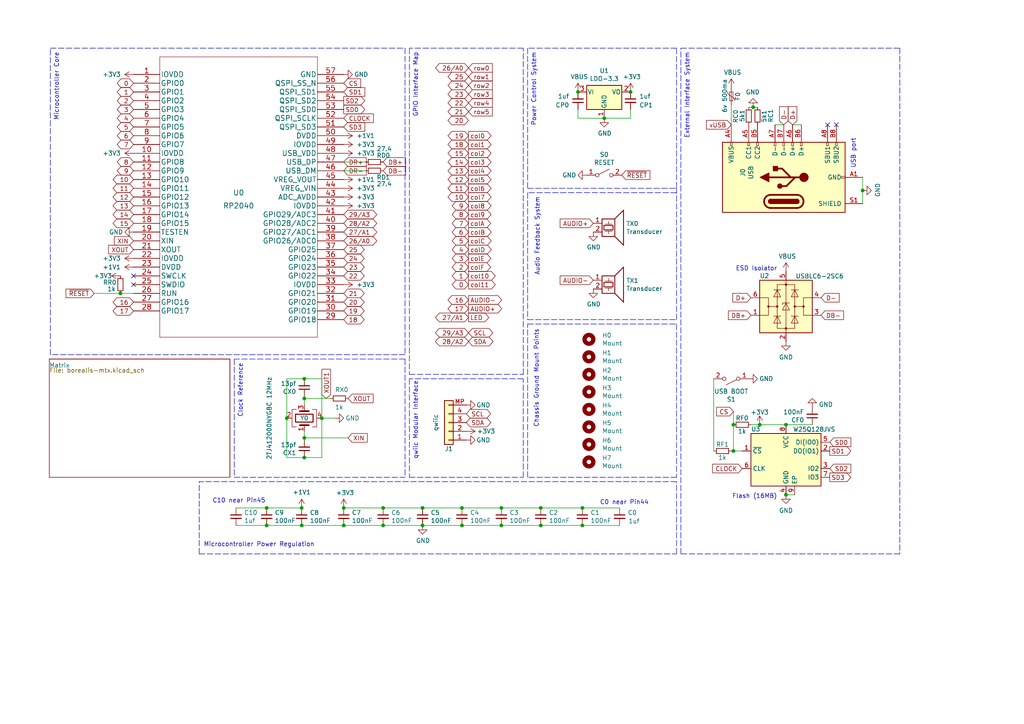
<source format=kicad_sch>
(kicad_sch (version 20211123) (generator eeschema)
  (paper "A4")
  (lib_symbols
    (symbol "+3V3_1" (power) (pin_names (offset 0))
      (property "Value" "+3V3_1" (at 0 3.556 0))
      (symbol "+3V3_1_1_1"
        (pin power_in line (at 0 0 90) (length 0) hide (name "+3V3") (number "1"))
      )
    )
    (symbol "Connector_Generic:Conn_01x05" (pin_names (offset 1.016) hide)
      (property "Reference" "J1" (at 0 7.62 0))
      (property "Value" "qwiic" (at -2.54 1.27 90))
      (symbol "Conn_01x05_1_1"
        (pin passive line (at -5.08 5.08 0) (length 3.81) (name "Pin_1") (number "1"))
        (pin passive line (at -5.08 2.54 0) (length 3.81) (name "Pin_2") (number "2"))
        (pin passive line (at -5.08 0 0) (length 3.81) (name "Pin_3") (number "3"))
        (pin passive line (at -5.08 -2.54 0) (length 3.81) (name "Pin_4") (number "4"))
        (pin passive line (at -5.08 -5.08 0) (length 3.81) (name "MP") (number "MP"))
      )
    )
    (symbol "Device:C_Small" (pin_numbers hide) (pin_names (offset 0.254) hide)
      (property "Reference" "C" (at 0.254 1.778 0))
      (property "Value" "Device_C_Small" (at 0.254 -2.032 0))
      (symbol "C_Small_1_1"
        (pin passive line (at 0 2.54 270) (length 2.032) (name "~") (number "1"))
        (pin passive line (at 0 -2.54 90) (length 2.032) (name "~") (number "2"))
      )
    )
    (symbol "Device:Crystal_GND24" (pin_names (offset 1.016) hide)
      (property "Reference" "Y" (at 3.175 5.08 0))
      (property "Value" "Crystal_GND24" (at 3.175 3.175 0))
      (symbol "Crystal_GND24_1_1"
        (pin passive line (at -3.81 0 0) (length 1.27) (name "1") (number "1"))
        (pin passive line (at 0 5.08 270) (length 1.27) (name "2") (number "2"))
        (pin passive line (at 3.81 0 180) (length 1.27) (name "3") (number "3"))
        (pin passive line (at 0 -5.08 90) (length 1.27) (name "4") (number "4"))
      )
    )
    (symbol "Device:Polyfuse_Small" (pin_numbers hide) (pin_names (offset 0))
      (property "Reference" "F" (at -1.905 0 90))
      (property "Value" "Device_Polyfuse_Small" (at 1.905 0 90))
      (symbol "Polyfuse_Small_1_1"
        (pin passive line (at 0 2.54 270) (length 0.635) (name "~") (number "1"))
        (pin passive line (at 0 -2.54 90) (length 0.635) (name "~") (number "2"))
      )
    )
    (symbol "Device:R_Small" (pin_numbers hide) (pin_names (offset 0.254) hide)
      (property "Reference" "R" (at 0.762 0.508 0))
      (property "Value" "Device_R_Small" (at 0.762 -1.016 0))
      (symbol "R_Small_1_1"
        (pin passive line (at 0 2.54 270) (length 0.762) (name "~") (number "1"))
        (pin passive line (at 0 -2.54 90) (length 0.762) (name "~") (number "2"))
      )
    )
    (symbol "Device:Speaker_Crystal" (pin_names (offset 0) hide)
      (property "Reference" "LS" (at 0.635 5.715 0))
      (property "Value" "Device_Speaker_Crystal" (at 0.635 3.81 0))
      (symbol "Speaker_Crystal_1_1"
        (pin input line (at -5.08 0 0) (length 2.54) (name "1") (number "1"))
        (pin input line (at -5.08 -2.54 0) (length 2.54) (name "2") (number "2"))
      )
    )
    (symbol "GND_1" (power) (pin_names (offset 0))
      (property "Value" "GND_1" (at 0 -3.81 0))
      (symbol "GND_1_1_1"
        (pin power_in line (at 0 0 270) (length 0) hide (name "GND") (number "1"))
      )
    )
    (symbol "HL-Mk2-rescue:USB_C_Receptacle_USB2.0-Connector" (pin_names (offset 1.016))
      (property "Reference" "J" (at -10.16 19.05 0))
      (property "Value" "USB_C_Receptacle_USB2.0-Connector" (at 19.05 19.05 0))
      (symbol "USB_C_Receptacle_USB2.0-Connector_1_1"
        (pin power_in line (at 0 -22.86 90) (length 5.08) (name "GND") (number "A1"))
        (pin passive line (at 0 -22.86 90) (length 5.08) hide (name "GND") (number "A12"))
        (pin power_in line (at 15.24 15.24 180) (length 5.08) (name "VBUS") (number "A4"))
        (pin bidirectional line (at 15.24 10.16 180) (length 5.08) (name "CC1") (number "A5"))
        (pin bidirectional line (at 15.24 -2.54 180) (length 5.08) (name "D+") (number "A6"))
        (pin bidirectional line (at 15.24 2.54 180) (length 5.08) (name "D-") (number "A7"))
        (pin bidirectional line (at 15.24 -12.7 180) (length 5.08) (name "SBU1") (number "A8"))
        (pin passive line (at 15.24 15.24 180) (length 5.08) hide (name "VBUS") (number "A9"))
        (pin passive line (at 0 -22.86 90) (length 5.08) hide (name "GND") (number "B1"))
        (pin passive line (at 0 -22.86 90) (length 5.08) hide (name "GND") (number "B12"))
        (pin passive line (at 15.24 15.24 180) (length 5.08) hide (name "VBUS") (number "B4"))
        (pin bidirectional line (at 15.24 7.62 180) (length 5.08) (name "CC2") (number "B5"))
        (pin bidirectional line (at 15.24 -5.08 180) (length 5.08) (name "D+") (number "B6"))
        (pin bidirectional line (at 15.24 0 180) (length 5.08) (name "D-") (number "B7"))
        (pin bidirectional line (at 15.24 -15.24 180) (length 5.08) (name "SBU2") (number "B8"))
        (pin passive line (at 15.24 15.24 180) (length 5.08) hide (name "VBUS") (number "B9"))
        (pin passive line (at -7.62 -22.86 90) (length 5.08) (name "SHIELD") (number "S1"))
      )
    )
    (symbol "Mechanical:MountingHole" (pin_names (offset 1.016))
      (property "Reference" "H" (at 0 5.08 0))
      (property "Value" "MountingHole" (at 0 3.175 0))
    )
    (symbol "Memory_Flash:W25Q32JVZP"
      (property "Reference" "U" (at -8.89 8.89 0))
      (property "Value" "W25Q32JVZP" (at 7.62 8.89 0))
      (symbol "W25Q32JVZP_1_1"
        (pin input line (at -12.7 2.54 0) (length 2.54) (name "~{CS}") (number "1"))
        (pin bidirectional line (at 12.7 2.54 180) (length 2.54) (name "DO(IO1)") (number "2"))
        (pin bidirectional line (at 12.7 -2.54 180) (length 2.54) (name "IO2") (number "3"))
        (pin power_in line (at 0 -10.16 90) (length 2.54) (name "GND") (number "4"))
        (pin bidirectional line (at 12.7 5.08 180) (length 2.54) (name "DI(IO0)") (number "5"))
        (pin input line (at -12.7 -2.54 0) (length 2.54) (name "CLK") (number "6"))
        (pin bidirectional line (at 12.7 -5.08 180) (length 2.54) (name "IO3") (number "7"))
        (pin power_in line (at 0 10.16 270) (length 2.54) (name "VCC") (number "8"))
        (pin passive line (at 2.54 -10.16 90) (length 2.54) (name "EP") (number "9"))
      )
    )
    (symbol "Power_Protection:USBLC6-2SC6" (pin_names hide)
      (property "Reference" "U" (at 2.54 8.89 0))
      (property "Value" "USBLC6-2SC6" (at 2.54 -8.89 0))
      (symbol "USBLC6-2SC6_1_1"
        (pin passive line (at -10.16 -2.54 0) (length 2.54) (name "I/O1") (number "1"))
        (pin passive line (at 0 -10.16 90) (length 2.54) (name "GND") (number "2"))
        (pin passive line (at 10.16 -2.54 180) (length 2.54) (name "I/O2") (number "3"))
        (pin passive line (at 10.16 2.54 180) (length 2.54) (name "I/O2") (number "4"))
        (pin passive line (at 0 10.16 270) (length 2.54) (name "VBUS") (number "5"))
        (pin passive line (at -10.16 2.54 0) (length 2.54) (name "I/O1") (number "6"))
      )
    )
    (symbol "RP2040:RP2040" (pin_names (offset 0.254))
      (property "Reference" "U" (at 30.48 10.16 0))
      (property "Value" "RP2040" (at 30.48 7.62 0))
      (symbol "RP2040_1_1"
        (pin power_in line (at 0 0 0) (length 7.62) (name "IOVDD") (number "1"))
        (pin power_in line (at 0 -22.86 0) (length 7.62) (name "IOVDD") (number "10"))
        (pin bidirectional line (at 0 -25.4 0) (length 7.62) (name "GPIO8") (number "11"))
        (pin bidirectional line (at 0 -27.94 0) (length 7.62) (name "GPIO9") (number "12"))
        (pin bidirectional line (at 0 -30.48 0) (length 7.62) (name "GPIO10") (number "13"))
        (pin bidirectional line (at 0 -33.02 0) (length 7.62) (name "GPIO11") (number "14"))
        (pin bidirectional line (at 0 -35.56 0) (length 7.62) (name "GPIO12") (number "15"))
        (pin bidirectional line (at 0 -38.1 0) (length 7.62) (name "GPIO13") (number "16"))
        (pin bidirectional line (at 0 -40.64 0) (length 7.62) (name "GPIO14") (number "17"))
        (pin bidirectional line (at 0 -43.18 0) (length 7.62) (name "GPIO15") (number "18"))
        (pin unspecified line (at 0 -45.72 0) (length 7.62) (name "TESTEN") (number "19"))
        (pin bidirectional line (at 0 -2.54 0) (length 7.62) (name "GPIO0") (number "2"))
        (pin unspecified line (at 0 -48.26 0) (length 7.62) (name "XIN") (number "20"))
        (pin output line (at 0 -50.8 0) (length 7.62) (name "XOUT") (number "21"))
        (pin power_in line (at 0 -53.34 0) (length 7.62) (name "IOVDD") (number "22"))
        (pin power_in line (at 0 -55.88 0) (length 7.62) (name "DVDD") (number "23"))
        (pin unspecified line (at 0 -58.42 0) (length 7.62) (name "SWCLK") (number "24"))
        (pin unspecified line (at 0 -60.96 0) (length 7.62) (name "SWDIO") (number "25"))
        (pin unspecified line (at 0 -63.5 0) (length 7.62) (name "RUN") (number "26"))
        (pin bidirectional line (at 0 -66.04 0) (length 7.62) (name "GPIO16") (number "27"))
        (pin bidirectional line (at 0 -68.58 0) (length 7.62) (name "GPIO17") (number "28"))
        (pin bidirectional line (at 60.96 -71.12 180) (length 7.62) (name "GPIO18") (number "29"))
        (pin bidirectional line (at 0 -5.08 0) (length 7.62) (name "GPIO1") (number "3"))
        (pin bidirectional line (at 60.96 -68.58 180) (length 7.62) (name "GPIO19") (number "30"))
        (pin bidirectional line (at 60.96 -66.04 180) (length 7.62) (name "GPIO20") (number "31"))
        (pin bidirectional line (at 60.96 -63.5 180) (length 7.62) (name "GPIO21") (number "32"))
        (pin power_in line (at 60.96 -60.96 180) (length 7.62) (name "IOVDD") (number "33"))
        (pin bidirectional line (at 60.96 -58.42 180) (length 7.62) (name "GPIO22") (number "34"))
        (pin bidirectional line (at 60.96 -55.88 180) (length 7.62) (name "GPIO23") (number "35"))
        (pin bidirectional line (at 60.96 -53.34 180) (length 7.62) (name "GPIO24") (number "36"))
        (pin bidirectional line (at 60.96 -50.8 180) (length 7.62) (name "GPIO25") (number "37"))
        (pin bidirectional line (at 60.96 -48.26 180) (length 7.62) (name "GPIO26/ADC0") (number "38"))
        (pin bidirectional line (at 60.96 -45.72 180) (length 7.62) (name "GPIO27/ADC1") (number "39"))
        (pin bidirectional line (at 0 -7.62 0) (length 7.62) (name "GPIO2") (number "4"))
        (pin bidirectional line (at 60.96 -43.18 180) (length 7.62) (name "GPIO28/ADC2") (number "40"))
        (pin bidirectional line (at 60.96 -40.64 180) (length 7.62) (name "GPIO29/ADC3") (number "41"))
        (pin power_in line (at 60.96 -38.1 180) (length 7.62) (name "IOVDD") (number "42"))
        (pin power_in line (at 60.96 -35.56 180) (length 7.62) (name "ADC_AVDD") (number "43"))
        (pin unspecified line (at 60.96 -33.02 180) (length 7.62) (name "VREG_VIN") (number "44"))
        (pin output line (at 60.96 -30.48 180) (length 7.62) (name "VREG_VOUT") (number "45"))
        (pin unspecified line (at 60.96 -27.94 180) (length 7.62) (name "USB_DM") (number "46"))
        (pin unspecified line (at 60.96 -25.4 180) (length 7.62) (name "USB_DP") (number "47"))
        (pin power_in line (at 60.96 -22.86 180) (length 7.62) (name "USB_VDD") (number "48"))
        (pin power_in line (at 60.96 -20.32 180) (length 7.62) (name "IOVDD") (number "49"))
        (pin bidirectional line (at 0 -10.16 0) (length 7.62) (name "GPIO3") (number "5"))
        (pin power_in line (at 60.96 -17.78 180) (length 7.62) (name "DVDD") (number "50"))
        (pin bidirectional line (at 60.96 -15.24 180) (length 7.62) (name "QSPI_SD3") (number "51"))
        (pin unspecified line (at 60.96 -12.7 180) (length 7.62) (name "QSPI_SCLK") (number "52"))
        (pin bidirectional line (at 60.96 -10.16 180) (length 7.62) (name "QSPI_SD0") (number "53"))
        (pin bidirectional line (at 60.96 -7.62 180) (length 7.62) (name "QSPI_SD2") (number "54"))
        (pin bidirectional line (at 60.96 -5.08 180) (length 7.62) (name "QSPI_SD1") (number "55"))
        (pin unspecified line (at 60.96 -2.54 180) (length 7.62) (name "QSPI_SS_N") (number "56"))
        (pin power_in line (at 60.96 0 180) (length 7.62) (name "GND") (number "57"))
        (pin bidirectional line (at 0 -12.7 0) (length 7.62) (name "GPIO4") (number "6"))
        (pin bidirectional line (at 0 -15.24 0) (length 7.62) (name "GPIO5") (number "7"))
        (pin bidirectional line (at 0 -17.78 0) (length 7.62) (name "GPIO6") (number "8"))
        (pin bidirectional line (at 0 -20.32 0) (length 7.62) (name "GPIO7") (number "9"))
      )
    )
    (symbol "Regulator_Linear:LD1117S33TR_SOT223" (pin_names (offset 0.254))
      (property "Reference" "U" (at -3.81 3.175 0))
      (property "Value" "Regulator_Linear_LD1117S33TR_SOT223" (at 0 3.175 0))
      (symbol "LD1117S33TR_SOT223_1_1"
        (pin power_in line (at 0 -7.62 90) (length 2.54) (name "GND") (number "1"))
        (pin power_out line (at 7.62 0 180) (length 2.54) (name "VO") (number "2"))
        (pin power_in line (at -7.62 0 0) (length 2.54) (name "VI") (number "3"))
      )
    )
    (symbol "Switch:SW_SPST" (pin_names (offset 0) hide)
      (property "Reference" "SW" (at 0 3.175 0))
      (property "Value" "Switch_SW_SPST" (at 0 -2.54 0))
      (symbol "SW_SPST_1_1"
        (pin passive line (at -5.08 0 0) (length 2.54) (name "A") (number "1"))
        (pin passive line (at 5.08 0 180) (length 2.54) (name "B") (number "2"))
      )
    )
    (symbol "power:+1V1" (power) (pin_names (offset 0))
      (property "Value" "+1V1" (at 0 3.556 0))
      (symbol "+1V1_1_1"
        (pin power_in line (at 0 0 90) (length 0) hide (name "+1V1") (number "1"))
      )
    )
    (symbol "power:+3V3" (power) (pin_names (offset 0))
      (property "Value" "power_+3V3" (at 0 3.556 0))
      (symbol "+3V3_1_1"
        (pin power_in line (at 0 0 90) (length 0) hide (name "+3V3") (number "1"))
      )
    )
    (symbol "power:GND" (power) (pin_names (offset 0))
      (property "Value" "power_GND" (at 0 -3.81 0))
      (symbol "GND_1_1"
        (pin power_in line (at 0 0 270) (length 0) hide (name "GND") (number "1"))
      )
    )
    (symbol "power:VBUS" (power) (pin_names (offset 0))
      (property "Value" "power_VBUS" (at 0 3.81 0))
      (symbol "VBUS_1_1"
        (pin power_in line (at 0 0 90) (length 0) hide (name "VBUS") (number "1"))
      )
    )
  )
  (junction (at 111.125 152.4))
  (junction (at 111.125 147.32))
  (junction (at 77.343 147.32))
  (junction (at 250.19 55.245))
  (junction (at 133.985 152.4))
  (junction (at 168.91 152.4))
  (junction (at 87.503 152.4))
  (junction (at 122.555 147.32))
  (junction (at 227.965 143.51))
  (junction (at 220.345 123.19))
  (junction (at 212.725 123.19))
  (junction (at 93.345 121.285))
  (junction (at 88.265 132.715))
  (junction (at 145.415 152.4))
  (junction (at 88.265 127))
  (junction (at 175.26 34.29))
  (junction (at 83.185 121.285))
  (junction (at 212.725 130.81))
  (junction (at 34.925 85.09))
  (junction (at 122.555 152.4))
  (junction (at 182.88 26.67))
  (junction (at 87.503 147.32))
  (junction (at 99.695 147.32))
  (junction (at 133.985 147.32))
  (junction (at 145.415 147.32))
  (junction (at 167.64 26.67))
  (junction (at 156.845 147.32))
  (junction (at 99.695 152.4))
  (junction (at 168.91 147.32))
  (junction (at 218.44 31.115))
  (junction (at 156.845 152.4))
  (junction (at 88.265 109.855))
  (junction (at 227.965 123.19))
  (junction (at 77.343 152.4))
  (junction (at 88.265 115.57))
  (no_connect (at 38.735 82.55))
  (no_connect (at 242.57 36.195))
  (no_connect (at 240.03 36.195))
  (no_connect (at 38.735 80.01))
  (wire (pts (xy 88.265 125.095) (xy 88.265 127)))
  (polyline (pts (xy 196.215 138.43) (xy 153.035 138.43)))
  (polyline (pts (xy 196.215 55.88) (xy 153.035 55.88)))
  (wire (pts (xy 27.305 85.09) (xy 34.925 85.09)))
  (polyline (pts (xy 153.035 138.43) (xy 153.035 93.98)))
  (polyline (pts (xy 67.945 104.14) (xy 67.945 138.43)))
  (polyline (pts (xy 260.985 13.97) (xy 260.985 160.655)))
  (wire (pts (xy 99.695 46.99) (xy 106.045 46.99)))
  (polyline (pts (xy 260.985 160.655) (xy 197.485 160.655)))
  (wire (pts (xy 145.415 152.4) (xy 133.985 152.4)))
  (polyline (pts (xy 117.475 13.97) (xy 117.475 102.87)))
  (polyline (pts (xy 153.035 93.98) (xy 196.215 93.98)))
  (wire (pts (xy 133.985 152.4) (xy 122.555 152.4)))
  (wire (pts (xy 87.503 152.4) (xy 99.695 152.4)))
  (wire (pts (xy 227.965 143.51) (xy 230.505 143.51)))
  (polyline (pts (xy 151.765 109.855) (xy 118.745 109.855)))
  (wire (pts (xy 111.125 147.32) (xy 99.695 147.32)))
  (polyline (pts (xy 196.215 13.97) (xy 153.035 13.97)))
  (polyline (pts (xy 197.485 160.655) (xy 197.485 13.97)))
  (wire (pts (xy 88.265 109.855) (xy 93.345 109.855)))
  (polyline (pts (xy 153.035 13.97) (xy 153.035 54.61)))
  (wire (pts (xy 88.265 115.57) (xy 88.265 117.475)))
  (wire (pts (xy 133.985 147.32) (xy 122.555 147.32)))
  (polyline (pts (xy 57.785 160.655) (xy 57.785 139.7)))
  (polyline (pts (xy 14.605 102.87) (xy 14.605 13.97)))
  (wire (pts (xy 156.845 147.32) (xy 145.415 147.32)))
  (wire (pts (xy 212.09 30.48) (xy 212.09 36.195)))
  (wire (pts (xy 168.91 152.4) (xy 179.705 152.4)))
  (wire (pts (xy 220.345 123.19) (xy 227.965 123.19)))
  (wire (pts (xy 167.64 34.29) (xy 175.26 34.29)))
  (wire (pts (xy 83.185 132.715) (xy 83.185 121.285)))
  (polyline (pts (xy 196.215 92.71) (xy 196.215 54.61)))
  (wire (pts (xy 156.845 147.32) (xy 168.91 147.32)))
  (polyline (pts (xy 117.475 104.14) (xy 67.945 104.14)))
  (wire (pts (xy 34.925 85.09) (xy 38.735 85.09)))
  (wire (pts (xy 77.343 147.32) (xy 87.503 147.32)))
  (wire (pts (xy 99.695 49.53) (xy 106.045 49.53)))
  (polyline (pts (xy 196.215 139.7) (xy 57.785 139.7)))
  (wire (pts (xy 212.725 130.81) (xy 215.265 130.81)))
  (wire (pts (xy 68.453 147.32) (xy 77.343 147.32)))
  (polyline (pts (xy 196.215 160.655) (xy 196.215 139.7)))
  (polyline (pts (xy 151.765 138.43) (xy 151.765 109.855)))
  (polyline (pts (xy 196.215 93.98) (xy 196.215 138.43)))
  (polyline (pts (xy 153.035 55.88) (xy 153.035 92.71)))
  (wire (pts (xy 227.33 36.195) (xy 224.79 36.195)))
  (wire (pts (xy 219.71 31.115) (xy 218.44 31.115)))
  (wire (pts (xy 93.345 121.285) (xy 97.155 121.285)))
  (wire (pts (xy 167.64 31.75) (xy 167.64 34.29)))
  (wire (pts (xy 122.555 152.4) (xy 111.125 152.4)))
  (wire (pts (xy 93.345 132.715) (xy 93.345 121.285)))
  (polyline (pts (xy 57.785 160.655) (xy 196.215 160.655)))
  (wire (pts (xy 250.19 55.245) (xy 250.19 51.435)))
  (wire (pts (xy 212.725 119.38) (xy 212.725 123.19)))
  (polyline (pts (xy 67.945 138.43) (xy 117.475 138.43)))
  (polyline (pts (xy 118.745 109.855) (xy 118.745 138.43)))
  (wire (pts (xy 218.44 31.115) (xy 217.17 31.115)))
  (polyline (pts (xy 117.475 102.87) (xy 14.605 102.87)))
  (wire (pts (xy 111.125 152.4) (xy 99.695 152.4)))
  (wire (pts (xy 88.265 114.935) (xy 88.265 115.57)))
  (wire (pts (xy 182.88 34.29) (xy 182.88 31.75)))
  (wire (pts (xy 175.26 34.29) (xy 182.88 34.29)))
  (polyline (pts (xy 151.765 13.97) (xy 118.745 13.97)))
  (wire (pts (xy 88.265 132.715) (xy 83.185 132.715)))
  (polyline (pts (xy 118.745 108.585) (xy 151.765 108.585)))
  (polyline (pts (xy 153.035 92.71) (xy 196.215 92.71)))
  (polyline (pts (xy 117.475 104.14) (xy 117.475 138.43)))
  (polyline (pts (xy 197.485 13.97) (xy 260.985 13.97)))
  (wire (pts (xy 156.845 152.4) (xy 145.415 152.4)))
  (wire (pts (xy 217.805 123.19) (xy 220.345 123.19)))
  (wire (pts (xy 250.19 59.055) (xy 250.19 55.245)))
  (polyline (pts (xy 153.035 54.61) (xy 196.215 54.61)))
  (wire (pts (xy 207.01 109.855) (xy 207.01 130.81)))
  (polyline (pts (xy 118.745 138.43) (xy 151.765 138.43)))
  (wire (pts (xy 68.453 152.4) (xy 77.343 152.4)))
  (wire (pts (xy 145.415 147.32) (xy 133.985 147.32)))
  (polyline (pts (xy 151.765 108.585) (xy 151.765 13.97)))
  (polyline (pts (xy 14.605 13.97) (xy 117.475 13.97)))
  (wire (pts (xy 212.09 130.81) (xy 212.725 130.81)))
  (wire (pts (xy 88.265 132.715) (xy 93.345 132.715)))
  (wire (pts (xy 83.185 121.285) (xy 83.185 109.855)))
  (wire (pts (xy 212.725 123.19) (xy 212.725 130.81)))
  (wire (pts (xy 77.343 152.4) (xy 87.503 152.4)))
  (wire (pts (xy 232.41 36.195) (xy 229.87 36.195)))
  (wire (pts (xy 122.555 147.32) (xy 111.125 147.32)))
  (wire (pts (xy 156.845 152.4) (xy 168.91 152.4)))
  (polyline (pts (xy 196.215 13.97) (xy 196.215 54.61)))
  (wire (pts (xy 88.265 115.57) (xy 95.885 115.57)))
  (wire (pts (xy 93.345 109.855) (xy 93.345 121.285)))
  (wire (pts (xy 83.185 109.855) (xy 88.265 109.855)))
  (wire (pts (xy 227.965 123.19) (xy 235.585 123.19)))
  (wire (pts (xy 88.265 127) (xy 100.965 127)))
  (polyline (pts (xy 118.745 13.97) (xy 118.745 108.585)))
  (wire (pts (xy 168.91 147.32) (xy 179.705 147.32)))
  (wire (pts (xy 88.265 127) (xy 88.265 127.635)))
  (text "Flash (16MB)" (at 225.425 144.78 180) (effects (font (size 1.27 1.27)) (justify right bottom)))
  (text "qwiic Modular Interface" (at 121.285 110.49 270) (effects (font (size 1.27 1.27)) (justify right bottom)))
  (text "Microcontroller Core" (at 17.145 15.24 270) (effects (font (size 1.27 1.27)) (justify right bottom)))
  (text "Chassis Ground Mount Points" (at 156.337 95.504 270) (effects (font (size 1.27 1.27)) (justify right bottom)))
  (text "ESD Isolator" (at 225.425 78.74 180) (effects (font (size 1.27 1.27)) (justify right bottom)))
  (text "Power Control System" (at 155.575 15.24 270) (effects (font (size 1.27 1.27)) (justify right bottom)))
  (text "C0 near Pin44" (at 173.99 146.558 0) (effects (font (size 1.27 1.27)) (justify left bottom)))
  (text "USB port" (at 248.285 48.895 90) (effects (font (size 1.27 1.27)) (justify left bottom)))
  (text "C10 near Pin45" (at 61.595 146.05 0) (effects (font (size 1.27 1.27)) (justify left bottom)))
  (text "Microcontroller Power Regulation" (at 59.055 158.75 0) (effects (font (size 1.27 1.27)) (justify left bottom)))
  (text "External Interface System" (at 200.025 15.24 270) (effects (font (size 1.27 1.27)) (justify right bottom)))
  (text "GPIO Interface Map" (at 121.285 15.24 270) (effects (font (size 1.27 1.27)) (justify right bottom)))
  (text "Clock Reference" (at 70.485 105.41 270) (effects (font (size 1.27 1.27)) (justify right bottom)))
  (text "Audio Feedback System" (at 156.591 57.15 270) (effects (font (size 1.27 1.27)) (justify right bottom)))
  (global_label "AUDIO-" (shape input) (at 172.085 81.28 180) (property "Intersheet References" "${INTERSHEET_REFS}" (effects hide)))
  (global_label "20" (shape bidirectional) (at 135.89 34.925 180) (property "Intersheet References" "${INTERSHEET_REFS}" (effects hide)))
  (global_label "DB-" (shape input) (at 238.125 91.44 0) (property "Intersheet References" "${INTERSHEET_REFS}" (effects hide)))
  (global_label "colF" (shape output) (at 135.89 77.47 0) (property "Intersheet References" "${INTERSHEET_REFS}" (effects hide)))
  (global_label "23" (shape bidirectional) (at 135.89 27.305 180) (property "Intersheet References" "${INTERSHEET_REFS}" (effects hide)))
  (global_label "~{RESET}" (shape input) (at 180.34 50.8 0) (property "Intersheet References" "${INTERSHEET_REFS}" (effects hide)))
  (global_label "27{slash}A1" (shape bidirectional) (at 99.695 67.31 0) (property "Intersheet References" "${INTERSHEET_REFS}" (effects hide)))
  (global_label "row1" (shape input) (at 135.89 22.225 0) (property "Intersheet References" "${INTERSHEET_REFS}" (effects hide)))
  (global_label "colE" (shape output) (at 135.89 74.93 0) (property "Intersheet References" "${INTERSHEET_REFS}" (effects hide)))
  (global_label "col1" (shape output) (at 135.89 41.91 0) (property "Intersheet References" "${INTERSHEET_REFS}" (effects hide)))
  (global_label "5" (shape bidirectional) (at 135.89 69.85 180) (property "Intersheet References" "${INTERSHEET_REFS}" (effects hide)))
  (global_label "25" (shape bidirectional) (at 99.695 72.39 0) (property "Intersheet References" "${INTERSHEET_REFS}" (effects hide)))
  (global_label "11" (shape bidirectional) (at 135.89 54.61 180) (property "Intersheet References" "${INTERSHEET_REFS}" (effects hide)))
  (global_label "7" (shape bidirectional) (at 38.735 41.91 180) (property "Intersheet References" "${INTERSHEET_REFS}" (effects hide)))
  (global_label "D+" (shape input) (at 229.87 36.195 90) (property "Intersheet References" "${INTERSHEET_REFS}" (effects hide)))
  (global_label "col11" (shape output) (at 135.89 82.55 0) (property "Intersheet References" "${INTERSHEET_REFS}" (effects hide)))
  (global_label "col0" (shape output) (at 135.89 39.37 0) (property "Intersheet References" "${INTERSHEET_REFS}" (effects hide)))
  (global_label "AUDIO-" (shape output) (at 135.89 86.995 0) (property "Intersheet References" "${INTERSHEET_REFS}" (effects hide)))
  (global_label "D-" (shape input) (at 227.33 36.195 90) (property "Intersheet References" "${INTERSHEET_REFS}" (effects hide)))
  (global_label "SD0" (shape input) (at 240.665 128.27 0) (property "Intersheet References" "${INTERSHEET_REFS}" (effects hide)))
  (global_label "16" (shape bidirectional) (at 135.89 86.995 180) (property "Intersheet References" "${INTERSHEET_REFS}" (effects hide)))
  (global_label "21" (shape bidirectional) (at 99.695 85.09 0) (property "Intersheet References" "${INTERSHEET_REFS}" (effects hide)))
  (global_label "14" (shape bidirectional) (at 135.89 46.99 180) (property "Intersheet References" "${INTERSHEET_REFS}" (effects hide)))
  (global_label "5" (shape bidirectional) (at 38.735 36.83 180) (property "Intersheet References" "${INTERSHEET_REFS}" (effects hide)))
  (global_label "17" (shape bidirectional) (at 38.735 90.17 180) (property "Intersheet References" "${INTERSHEET_REFS}" (effects hide)))
  (global_label "8" (shape bidirectional) (at 135.89 62.23 180) (property "Intersheet References" "${INTERSHEET_REFS}" (effects hide)))
  (global_label "0" (shape bidirectional) (at 135.89 82.55 180) (property "Intersheet References" "${INTERSHEET_REFS}" (effects hide)))
  (global_label "2" (shape bidirectional) (at 135.89 77.47 180) (property "Intersheet References" "${INTERSHEET_REFS}" (effects hide)))
  (global_label "20" (shape bidirectional) (at 99.695 87.63 0) (property "Intersheet References" "${INTERSHEET_REFS}" (effects hide)))
  (global_label "4" (shape bidirectional) (at 135.89 72.39 180) (property "Intersheet References" "${INTERSHEET_REFS}" (effects hide)))
  (global_label "XOUT" (shape input) (at 100.965 115.57 0) (property "Intersheet References" "${INTERSHEET_REFS}" (effects hide)))
  (global_label "1" (shape bidirectional) (at 38.735 26.67 180) (property "Intersheet References" "${INTERSHEET_REFS}" (effects hide)))
  (global_label "row5" (shape input) (at 135.89 32.385 0) (property "Intersheet References" "${INTERSHEET_REFS}" (effects hide)))
  (global_label "SDA" (shape bidirectional) (at 135.89 99.06 0) (property "Intersheet References" "${INTERSHEET_REFS}" (effects hide)))
  (global_label "CS" (shape input) (at 99.695 24.13 0) (property "Intersheet References" "${INTERSHEET_REFS}" (effects hide)))
  (global_label "SD0" (shape output) (at 99.695 31.75 0) (property "Intersheet References" "${INTERSHEET_REFS}" (effects hide)))
  (global_label "AUDIO+" (shape input) (at 172.085 64.77 180) (property "Intersheet References" "${INTERSHEET_REFS}" (effects hide)))
  (global_label "CLOCK" (shape input) (at 99.695 34.29 0) (property "Intersheet References" "${INTERSHEET_REFS}" (effects hide)))
  (global_label "13" (shape bidirectional) (at 38.735 59.69 180) (property "Intersheet References" "${INTERSHEET_REFS}" (effects hide)))
  (global_label "29{slash}A3" (shape bidirectional) (at 135.89 96.52 180) (property "Intersheet References" "${INTERSHEET_REFS}" (effects hide)))
  (global_label "SD3" (shape output) (at 240.665 138.43 0) (property "Intersheet References" "${INTERSHEET_REFS}" (effects hide)))
  (global_label "col2" (shape output) (at 135.89 44.45 0) (property "Intersheet References" "${INTERSHEET_REFS}" (effects hide)))
  (global_label "col6" (shape output) (at 135.89 54.61 0) (property "Intersheet References" "${INTERSHEET_REFS}" (effects hide)))
  (global_label "12" (shape bidirectional) (at 38.735 57.15 180) (property "Intersheet References" "${INTERSHEET_REFS}" (effects hide)))
  (global_label "1" (shape bidirectional) (at 135.89 80.01 180) (property "Intersheet References" "${INTERSHEET_REFS}" (effects hide)))
  (global_label "14" (shape bidirectional) (at 38.735 62.23 180) (property "Intersheet References" "${INTERSHEET_REFS}" (effects hide)))
  (global_label "28{slash}A2" (shape bidirectional) (at 135.89 99.06 180) (property "Intersheet References" "${INTERSHEET_REFS}" (effects hide)))
  (global_label "col5" (shape output) (at 135.89 52.07 0) (property "Intersheet References" "${INTERSHEET_REFS}" (effects hide)))
  (global_label "10" (shape bidirectional) (at 38.735 52.07 180) (property "Intersheet References" "${INTERSHEET_REFS}" (effects hide)))
  (global_label "SD2" (shape input) (at 240.665 135.89 0) (property "Intersheet References" "${INTERSHEET_REFS}" (effects hide)))
  (global_label "row4" (shape input) (at 135.89 29.845 0) (property "Intersheet References" "${INTERSHEET_REFS}" (effects hide)))
  (global_label "9" (shape bidirectional) (at 135.89 59.69 180) (property "Intersheet References" "${INTERSHEET_REFS}" (effects hide)))
  (global_label "row0" (shape input) (at 135.89 19.685 0) (property "Intersheet References" "${INTERSHEET_REFS}" (effects hide)))
  (global_label "10" (shape bidirectional) (at 135.89 57.15 180) (property "Intersheet References" "${INTERSHEET_REFS}" (effects hide)))
  (global_label "15" (shape bidirectional) (at 135.89 44.45 180) (property "Intersheet References" "${INTERSHEET_REFS}" (effects hide)))
  (global_label "SD1" (shape input) (at 99.695 26.67 0) (property "Intersheet References" "${INTERSHEET_REFS}" (effects hide)))
  (global_label "AUDIO+" (shape output) (at 135.89 89.535 0) (property "Intersheet References" "${INTERSHEET_REFS}" (effects hide)))
  (global_label "24" (shape bidirectional) (at 99.695 74.93 0) (property "Intersheet References" "${INTERSHEET_REFS}" (effects hide)))
  (global_label "DR-" (shape input) (at 99.695 49.53 0) (property "Intersheet References" "${INTERSHEET_REFS}" (effects hide)))
  (global_label "row2" (shape input) (at 135.89 24.765 0) (property "Intersheet References" "${INTERSHEET_REFS}" (effects hide)))
  (global_label "XIN" (shape input) (at 100.965 127 0) (property "Intersheet References" "${INTERSHEET_REFS}" (effects hide)))
  (global_label "colB" (shape output) (at 135.89 67.31 0) (property "Intersheet References" "${INTERSHEET_REFS}" (effects hide)))
  (global_label "SCL" (shape bidirectional) (at 135.89 96.52 0) (property "Intersheet References" "${INTERSHEET_REFS}" (effects hide)))
  (global_label "col9" (shape output) (at 135.89 62.23 0) (property "Intersheet References" "${INTERSHEET_REFS}" (effects hide)))
  (global_label "col8" (shape output) (at 135.89 59.69 0) (property "Intersheet References" "${INTERSHEET_REFS}" (effects hide)))
  (global_label "SD1" (shape output) (at 240.665 130.81 0) (property "Intersheet References" "${INTERSHEET_REFS}" (effects hide)))
  (global_label "11" (shape bidirectional) (at 38.735 54.61 180) (property "Intersheet References" "${INTERSHEET_REFS}" (effects hide)))
  (global_label "CS" (shape input) (at 212.725 119.38 180) (property "Intersheet References" "${INTERSHEET_REFS}" (effects hide)))
  (global_label "3" (shape bidirectional) (at 38.735 31.75 180) (property "Intersheet References" "${INTERSHEET_REFS}" (effects hide)))
  (global_label "2" (shape bidirectional) (at 38.735 29.21 180) (property "Intersheet References" "${INTERSHEET_REFS}" (effects hide)))
  (global_label "col7" (shape output) (at 135.89 57.15 0) (property "Intersheet References" "${INTERSHEET_REFS}" (effects hide)))
  (global_label "XOUT" (shape input) (at 38.735 72.39 180) (property "Intersheet References" "${INTERSHEET_REFS}" (effects hide)))
  (global_label "SD3" (shape input) (at 99.695 36.83 0) (property "Intersheet References" "${INTERSHEET_REFS}" (effects hide)))
  (global_label "DB-" (shape input) (at 111.125 49.53 0) (property "Intersheet References" "${INTERSHEET_REFS}" (effects hide)))
  (global_label "~{RESET}" (shape input) (at 27.305 85.09 180) (property "Intersheet References" "${INTERSHEET_REFS}" (effects hide)))
  (global_label "DB+" (shape input) (at 217.805 91.44 180) (property "Intersheet References" "${INTERSHEET_REFS}" (effects hide)))
  (global_label "4" (shape bidirectional) (at 38.735 34.29 180) (property "Intersheet References" "${INTERSHEET_REFS}" (effects hide)))
  (global_label "col10" (shape output) (at 135.89 80.01 0) (property "Intersheet References" "${INTERSHEET_REFS}" (effects hide)))
  (global_label "13" (shape bidirectional) (at 135.89 49.53 180) (property "Intersheet References" "${INTERSHEET_REFS}" (effects hide)))
  (global_label "15" (shape bidirectional) (at 38.735 64.77 180) (property "Intersheet References" "${INTERSHEET_REFS}" (effects hide)))
  (global_label "LED" (shape output) (at 135.89 92.075 0) (property "Intersheet References" "${INTERSHEET_REFS}" (effects hide)))
  (global_label "SDA" (shape bidirectional) (at 135.255 122.555 0) (property "Intersheet References" "${INTERSHEET_REFS}" (effects hide)))
  (global_label "colD" (shape output) (at 135.89 72.39 0) (property "Intersheet References" "${INTERSHEET_REFS}" (effects hide)))
  (global_label "3" (shape bidirectional) (at 135.89 74.93 180) (property "Intersheet References" "${INTERSHEET_REFS}" (effects hide)))
  (global_label "colC" (shape output) (at 135.89 69.85 0) (property "Intersheet References" "${INTERSHEET_REFS}" (effects hide)))
  (global_label "XOUT1" (shape input) (at 94.615 115.57 90) (property "Intersheet References" "${INTERSHEET_REFS}" (effects hide)))
  (global_label "18" (shape bidirectional) (at 99.695 92.71 0) (property "Intersheet References" "${INTERSHEET_REFS}" (effects hide)))
  (global_label "22" (shape bidirectional) (at 99.695 80.01 0) (property "Intersheet References" "${INTERSHEET_REFS}" (effects hide)))
  (global_label "D+" (shape input) (at 217.805 86.36 180) (property "Intersheet References" "${INTERSHEET_REFS}" (effects hide)))
  (global_label "12" (shape bidirectional) (at 135.89 52.07 180) (property "Intersheet References" "${INTERSHEET_REFS}" (effects hide)))
  (global_label "7" (shape bidirectional) (at 135.89 64.77 180) (property "Intersheet References" "${INTERSHEET_REFS}" (effects hide)))
  (global_label "19" (shape bidirectional) (at 135.89 39.37 180) (property "Intersheet References" "${INTERSHEET_REFS}" (effects hide)))
  (global_label "16" (shape bidirectional) (at 38.735 87.63 180) (property "Intersheet References" "${INTERSHEET_REFS}" (effects hide)))
  (global_label "8" (shape bidirectional) (at 38.735 46.99 180) (property "Intersheet References" "${INTERSHEET_REFS}" (effects hide)))
  (global_label "SCL" (shape bidirectional) (at 135.255 120.015 0) (property "Intersheet References" "${INTERSHEET_REFS}" (effects hide)))
  (global_label "D-" (shape input) (at 238.125 86.36 0) (property "Intersheet References" "${INTERSHEET_REFS}" (effects hide)))
  (global_label "23" (shape bidirectional) (at 99.695 77.47 0) (property "Intersheet References" "${INTERSHEET_REFS}" (effects hide)))
  (global_label "9" (shape bidirectional) (at 38.735 49.53 180) (property "Intersheet References" "${INTERSHEET_REFS}" (effects hide)))
  (global_label "25" (shape bidirectional) (at 135.89 22.225 180) (property "Intersheet References" "${INTERSHEET_REFS}" (effects hide)))
  (global_label "col3" (shape output) (at 135.89 46.99 0) (property "Intersheet References" "${INTERSHEET_REFS}" (effects hide)))
  (global_label "XIN" (shape input) (at 38.735 69.85 180) (property "Intersheet References" "${INTERSHEET_REFS}" (effects hide)))
  (global_label "19" (shape bidirectional) (at 99.695 90.17 0) (property "Intersheet References" "${INTERSHEET_REFS}" (effects hide)))
  (global_label "DR+" (shape input) (at 99.695 46.99 0) (property "Intersheet References" "${INTERSHEET_REFS}" (effects hide)))
  (global_label "24" (shape bidirectional) (at 135.89 24.765 180) (property "Intersheet References" "${INTERSHEET_REFS}" (effects hide)))
  (global_label "colA" (shape output) (at 135.89 64.77 0) (property "Intersheet References" "${INTERSHEET_REFS}" (effects hide)))
  (global_label "CLOCK" (shape input) (at 215.265 135.89 180) (property "Intersheet References" "${INTERSHEET_REFS}" (effects hide)))
  (global_label "row3" (shape input) (at 135.89 27.305 0) (property "Intersheet References" "${INTERSHEET_REFS}" (effects hide)))
  (global_label "26{slash}A0" (shape bidirectional) (at 99.695 69.85 0) (property "Intersheet References" "${INTERSHEET_REFS}" (effects hide)))
  (global_label "17" (shape bidirectional) (at 135.89 89.535 180) (property "Intersheet References" "${INTERSHEET_REFS}" (effects hide)))
  (global_label "SD2" (shape output) (at 99.695 29.21 0) (property "Intersheet References" "${INTERSHEET_REFS}" (effects hide)))
  (global_label "26{slash}A0" (shape bidirectional) (at 135.89 19.685 180) (property "Intersheet References" "${INTERSHEET_REFS}" (effects hide)))
  (global_label "DB+" (shape input) (at 111.125 46.99 0) (property "Intersheet References" "${INTERSHEET_REFS}" (effects hide)))
  (global_label "6" (shape bidirectional) (at 38.735 39.37 180) (property "Intersheet References" "${INTERSHEET_REFS}" (effects hide)))
  (global_label "29{slash}A3" (shape bidirectional) (at 99.695 62.23 0) (property "Intersheet References" "${INTERSHEET_REFS}" (effects hide)))
  (global_label "6" (shape bidirectional) (at 135.89 67.31 180) (property "Intersheet References" "${INTERSHEET_REFS}" (effects hide)))
  (global_label "vUSB" (shape input) (at 212.09 36.195 180) (property "Intersheet References" "${INTERSHEET_REFS}" (effects hide)))
  (global_label "27{slash}A1" (shape bidirectional) (at 135.89 92.075 180) (property "Intersheet References" "${INTERSHEET_REFS}" (effects hide)))
  (global_label "18" (shape bidirectional) (at 135.89 41.91 180) (property "Intersheet References" "${INTERSHEET_REFS}" (effects hide)))
  (global_label "21" (shape bidirectional) (at 135.89 32.385 180) (property "Intersheet References" "${INTERSHEET_REFS}" (effects hide)))
  (global_label "22" (shape bidirectional) (at 135.89 29.845 180) (property "Intersheet References" "${INTERSHEET_REFS}" (effects hide)))
  (global_label "col4" (shape output) (at 135.89 49.53 0) (property "Intersheet References" "${INTERSHEET_REFS}" (effects hide)))
  (global_label "0" (shape bidirectional) (at 38.735 24.13 180) (property "Intersheet References" "${INTERSHEET_REFS}" (effects hide)))
  (global_label "28{slash}A2" (shape bidirectional) (at 99.695 64.77 0) (property "Intersheet References" "${INTERSHEET_REFS}" (effects hide)))
  (symbol (lib_id "Device:C_Small") (at 77.343 149.86 0) (unit 1)
    (property "Reference" "C9" (at 79.6798 148.6916 0) (effects (justify left)))
    (property "Value" "100nF" (at 79.6798 151.003 0) (effects (justify left)))
    (property "Footprint" "EDI:Passive_0402_1005Metric" (effects hide))
    (property "LCSC" "C1525" (effects hide))
  )
  (symbol (lib_id "power:GND") (at 170.18 50.8 270) (unit 1)
    (property "Reference" "#PWR011" (effects hide))
    (property "Value" "GND" (at 165.1 50.8 90))
  )
  (symbol (lib_id "power:GND") (at 172.085 83.82 0) (unit 1)
    (property "Reference" "#PWR024" (effects hide))
    (property "Value" "GND" (at 172.212 88.2142 0))
  )
  (symbol (lib_id "power:GND") (at 38.735 67.31 270) (unit 1)
    (property "Reference" "#PWR017" (effects hide))
    (property "Value" "GND" (at 33.655 67.31 90))
  )
  (symbol (lib_id "Memory_Flash:W25Q32JVZP") (at 227.965 133.35 0) (unit 1)
    (property "Reference" "U3" (at 217.805 124.46 0) (effects (justify left)))
    (property "Value" "W25Q128JVS" (at 229.9844 124.5386 0) (effects (justify left)))
    (property "Footprint" "Package_SON:WSON-8-1EP_6x5mm_P1.27mm_EP3.4x4.3mm" (effects hide))
    (property "Datasheet" "http://www.winbond.com/resource-files/w25q32jv%20revg%2003272018%20plus.pdf" (effects hide))
    (property "LCSC" "C190862" (effects hide))
  )
  (symbol (lib_id "power:+1V1") (at 87.503 147.32 0) (unit 1)
    (property "Reference" "#PWR036" (effects hide))
    (property "Value" "+1V1" (at 87.503 142.7575 0))
  )
  (symbol (lib_id "power:VBUS") (at 227.965 78.74 0) (unit 1)
    (property "Reference" "#PWR021" (effects hide))
    (property "Value" "VBUS" (at 228.346 74.3458 0))
  )
  (symbol (lib_id "power:VBUS") (at 212.09 25.4 0) (unit 1)
    (property "Reference" "#PWR02" (effects hide))
    (property "Value" "VBUS" (at 212.471 21.0058 0))
  )
  (symbol (lib_id "Device:Speaker_Crystal") (at 177.165 81.28 0) (unit 1)
    (property "Reference" "TX1" (at 181.61 81.3816 0) (effects (justify left)))
    (property "Value" "Transducer" (at 181.61 83.693 0) (effects (justify left)))
    (property "Footprint" "Buzzer_Beeper:Buzzer_CUI_CPT-9019S-SMT" (effects hide))
    (property "LCSC" "C391035" (effects hide))
  )
  (symbol (lib_id "power:+3V3") (at 99.695 82.55 270) (unit 1)
    (property "Reference" "#PWR023" (effects hide))
    (property "Value" "+3V3" (at 106.045 82.55 90))
  )
  (symbol (lib_id "Mechanical:MountingHole") (at 170.815 123.825 270) (unit 1)
    (property "Reference" "H5" (at 174.625 122.6566 90) (effects (justify left)))
    (property "Value" "Mount" (at 174.625 124.968 90) (effects (justify left)))
    (property "Footprint" "MountingHole:MountingHole_3.2mm_M3" (effects hide))
  )
  (symbol (lib_id "power:+3V3") (at 99.695 41.91 270) (unit 1)
    (property "Reference" "#PWR08" (effects hide))
    (property "Value" "+3V3" (at 106.045 41.91 90))
  )
  (symbol (lib_id "Device:C_Small") (at 167.64 29.21 180) (unit 1)
    (property "Reference" "CP0" (at 165.1 30.48 0) (effects (justify left)))
    (property "Value" "1uf" (at 165.1 27.94 0) (effects (justify left)))
    (property "Footprint" "EDI:Passive_0402_1005Metric" (effects hide))
    (property "LCSC" "C52923" (effects hide))
  )
  (symbol (lib_id "Mechanical:MountingHole") (at 170.815 98.425 270) (unit 1)
    (property "Reference" "H0" (at 174.625 97.2566 90) (effects (justify left)))
    (property "Value" "Mount" (at 174.625 99.568 90) (effects (justify left)))
    (property "Footprint" "MountingHole:MountingHole_3.2mm_M3" (effects hide))
  )
  (symbol (lib_id "power:VBUS") (at 167.64 26.67 0) (unit 1)
    (property "Reference" "#PWR03" (effects hide))
    (property "Value" "VBUS" (at 168.021 22.2758 0))
  )
  (symbol (lib_id "Device:R_Small") (at 34.925 82.55 0) (unit 1)
    (property "Reference" "RR0" (at 29.845 81.915 0) (effects (justify left)))
    (property "Value" "1k" (at 31.115 83.82 0) (effects (justify left)))
    (property "Footprint" "EDI:Passive_0402_1005Metric" (effects hide))
    (property "LCSC" "C25905" (effects hide))
  )
  (symbol (lib_id "power:GND") (at 172.085 67.31 0) (unit 1)
    (property "Reference" "#PWR018" (effects hide))
    (property "Value" "GND" (at 172.212 71.7042 0))
  )
  (symbol (lib_id "Device:R_Small") (at 215.265 123.19 270) (unit 1)
    (property "Reference" "RF0" (at 213.36 121.285 90) (effects (justify left)))
    (property "Value" "1k" (at 213.995 125.095 90) (effects (justify left)))
    (property "Footprint" "EDI:Passive_0402_1005Metric" (effects hide))
    (property "LCSC" "C25905" (effects hide))
  )
  (symbol (lib_id "power:+3V3") (at 38.735 74.93 90) (unit 1)
    (property "Reference" "#PWR019" (effects hide))
    (property "Value" "+3V3" (at 32.385 74.93 90))
  )
  (symbol (lib_id "Device:C_Small") (at 99.695 149.86 0) (unit 1)
    (property "Reference" "C7" (at 102.0318 148.6916 0) (effects (justify left)))
    (property "Value" "100nF" (at 102.0318 151.003 0) (effects (justify left)))
    (property "Footprint" "EDI:Passive_0402_1005Metric" (effects hide))
    (property "LCSC" "C1525" (effects hide))
  )
  (symbol (lib_name "GND_1") (lib_id "power:GND") (at 235.585 118.11 180) (unit 1)
    (property "Reference" "#PWR028" (effects hide))
    (property "Value" "GND" (at 237.49 117.319 0) (effects (justify right)))
  )
  (symbol (lib_id "power:+3V3") (at 38.735 44.45 90) (unit 1)
    (property "Reference" "#PWR09" (effects hide))
    (property "Value" "+3V3" (at 32.385 44.45 90))
  )
  (symbol (lib_id "power:+3V3") (at 38.735 21.59 90) (unit 1)
    (property "Reference" "#PWR00" (effects hide))
    (property "Value" "+3V3" (at 32.385 21.59 90))
  )
  (symbol (lib_id "Device:C_Small") (at 179.705 149.86 0) (unit 1)
    (property "Reference" "C0" (at 182.0418 148.6916 0) (effects (justify left)))
    (property "Value" "1uf" (at 182.245 151.13 0) (effects (justify left)))
    (property "Footprint" "EDI:Passive_0402_1005Metric" (effects hide))
    (property "LCSC" "C52923" (effects hide))
  )
  (symbol (lib_id "power:+3V3") (at 182.88 26.67 0) (unit 1)
    (property "Reference" "#PWR04" (effects hide))
    (property "Value" "+3V3" (at 183.261 22.2758 0))
  )
  (symbol (lib_id "power:+3V3") (at 99.695 147.32 0) (unit 1)
    (property "Reference" "#PWR035" (effects hide))
    (property "Value" "+3V3" (at 100.076 142.9258 0))
  )
  (symbol (lib_name "+3V3_1") (lib_id "power:+3V3") (at 220.345 123.19 0) (unit 1)
    (property "Reference" "#PWR030" (effects hide))
    (property "Value" "+3V3" (at 220.345 119.5855 0))
  )
  (symbol (lib_id "Connector_Generic:Conn_01x05") (at 130.175 122.555 180) (unit 1)
    (property "Reference" "J1" (at 130.175 130.175 0))
    (property "Value" "qwiic" (at 126.365 122.555 90))
    (property "Footprint" "Connector_JST:JST_SH_SM04B-SRSS-TB_1x04-1MP_P1.00mm_Horizontal" (effects hide))
    (property "LCSC" "C145956" (effects hide))
  )
  (symbol (lib_id "Device:C_Small") (at 182.88 29.21 0) (unit 1)
    (property "Reference" "CP1" (at 185.42 30.48 0) (effects (justify left)))
    (property "Value" "1uf" (at 185.42 27.94 0) (effects (justify left)))
    (property "Footprint" "EDI:Passive_0402_1005Metric" (effects hide))
    (property "LCSC" "C52923" (effects hide))
  )
  (symbol (lib_id "Mechanical:MountingHole") (at 170.815 103.505 270) (unit 1)
    (property "Reference" "H1" (at 174.625 102.3366 90) (effects (justify left)))
    (property "Value" "Mount" (at 174.625 104.648 90) (effects (justify left)))
    (property "Footprint" "MountingHole:MountingHole_3.2mm_M3" (effects hide))
  )
  (symbol (lib_id "power:+3V3") (at 34.925 80.01 90) (unit 1)
    (property "Reference" "#PWR022" (effects hide))
    (property "Value" "+3V3" (at 29.845 80.01 90))
  )
  (symbol (lib_id "HL-Mk2-rescue:USB_C_Receptacle_USB2.0-Connector") (at 227.33 51.435 90) (unit 1)
    (property "Reference" "J0" (at 215.4682 50.038 0))
    (property "Value" "USB" (at 217.7796 50.038 0))
    (property "Footprint" "Connector_USB:USB_C_Receptacle_HRO_TYPE-C-31-M-12" (effects hide))
    (property "LCSC" "C167321" (effects hide))
  )
  (symbol (lib_id "power:GND") (at 175.26 34.29 0) (unit 1)
    (property "Reference" "#PWR06" (effects hide))
    (property "Value" "GND" (at 175.387 38.6842 0))
  )
  (symbol (lib_id "RP2040:RP2040") (at 38.735 21.59 0) (unit 1)
    (property "Reference" "U0" (at 69.215 55.88 0) (effects (font (size 1.524 1.524))))
    (property "Value" "RP2040" (at 69.215 59.69 0) (effects (font (size 1.524 1.524))))
    (property "Footprint" "Package_DFN_QFN:QFN-56-1EP_7x7mm_P0.4mm_EP5.6x5.6mm_ThermalVias" (effects hide))
    (property "LCSC" "C2040" (effects hide))
  )
  (symbol (lib_id "Device:R_Small") (at 108.585 49.53 270) (unit 1)
    (property "Reference" "RD1" (at 109.22 51.435 90) (effects (justify left)))
    (property "Value" "27.4" (at 109.22 53.34 90) (effects (justify left)))
    (property "Footprint" "EDI:Passive_0402_1005Metric" (effects hide))
    (property "LCSC" "C172043" (effects hide))
  )
  (symbol (lib_id "power:+3V3") (at 135.255 125.095 270) (unit 1)
    (property "Reference" "#PWR031" (effects hide))
    (property "Value" "+3V3" (at 140.97 125.095 90))
  )
  (symbol (lib_id "Mechanical:MountingHole") (at 170.815 133.985 270) (unit 1)
    (property "Reference" "H7" (at 174.625 132.8166 90) (effects (justify left)))
    (property "Value" "Mount" (at 174.625 135.128 90) (effects (justify left)))
    (property "Footprint" "MountingHole:MountingHole_3.2mm_M3" (effects hide))
  )
  (symbol (lib_id "Device:C_Small") (at 88.265 112.395 180) (unit 1)
    (property "Reference" "CX0" (at 85.9282 113.5634 0) (effects (justify left)))
    (property "Value" "13pf" (at 85.9282 111.252 0) (effects (justify left)))
    (property "Footprint" "EDI:Passive_0402_1005Metric" (effects hide))
    (property "LCSC" "C48936" (effects hide))
  )
  (symbol (lib_id "power:+1V1") (at 99.695 39.37 270) (unit 1)
    (property "Reference" "#PWR07" (effects hide))
    (property "Value" "+1V1" (at 106.045 39.37 90))
  )
  (symbol (lib_id "Device:C_Small") (at 88.265 130.175 180) (unit 1)
    (property "Reference" "CX1" (at 85.9282 131.3434 0) (effects (justify left)))
    (property "Value" "13pf" (at 85.9282 129.032 0) (effects (justify left)))
    (property "Footprint" "EDI:Passive_0402_1005Metric" (effects hide))
    (property "LCSC" "C48936" (effects hide))
  )
  (symbol (lib_id "power:GND") (at 217.17 109.855 90) (unit 1)
    (property "Reference" "#PWR026" (effects hide))
    (property "Value" "GND" (at 222.25 109.855 90))
  )
  (symbol (lib_id "Mechanical:MountingHole") (at 170.815 128.905 270) (unit 1)
    (property "Reference" "H6" (at 174.625 127.7366 90) (effects (justify left)))
    (property "Value" "Mount" (at 174.625 130.048 90) (effects (justify left)))
    (property "Footprint" "MountingHole:MountingHole_3.2mm_M3" (effects hide))
  )
  (symbol (lib_id "Device:R_Small") (at 98.425 115.57 270) (unit 1)
    (property "Reference" "RX0" (at 97.155 113.03 90) (effects (justify left)))
    (property "Value" "1k" (at 97.155 118.11 90) (effects (justify left)))
    (property "Footprint" "EDI:Passive_0402_1005Metric" (effects hide))
    (property "LCSC" "C25905" (effects hide))
  )
  (symbol (lib_id "power:GND") (at 250.19 55.245 90) (unit 1)
    (property "Reference" "#PWR014" (effects hide))
    (property "Value" "GND" (at 254.5842 55.118 0))
  )
  (symbol (lib_id "Switch:SW_SPST") (at 212.09 109.855 180) (unit 1)
    (property "Reference" "S1" (at 212.09 115.824 0))
    (property "Value" "USB BOOT" (at 212.09 113.5126 0))
    (property "Footprint" "Button_Switch_SMD:SW_SPST_SKQG_WithoutStem" (effects hide))
    (property "LCSC" "C139779" (effects hide))
  )
  (symbol (lib_id "power:+3V3") (at 99.695 54.61 270) (unit 1)
    (property "Reference" "#PWR013" (effects hide))
    (property "Value" "+3V3" (at 106.045 54.61 90))
  )
  (symbol (lib_id "power:+1V1") (at 38.735 77.47 90) (unit 1)
    (property "Reference" "#PWR020" (effects hide))
    (property "Value" "+1V1" (at 32.385 77.47 90))
  )
  (symbol (lib_id "Device:C_Small") (at 87.503 149.86 0) (unit 1)
    (property "Reference" "C8" (at 89.8398 148.6916 0) (effects (justify left)))
    (property "Value" "100nF" (at 89.8398 151.003 0) (effects (justify left)))
    (property "Footprint" "EDI:Passive_0402_1005Metric" (effects hide))
    (property "LCSC" "C1525" (effects hide))
  )
  (symbol (lib_id "power:GND") (at 97.155 121.285 90) (unit 1)
    (property "Reference" "#PWR029" (effects hide))
    (property "Value" "GND" (at 102.235 121.285 90))
  )
  (symbol (lib_id "Power_Protection:USBLC6-2SC6") (at 227.965 88.9 0) (unit 1)
    (property "Reference" "U2" (at 220.345 80.01 0) (effects (justify left)))
    (property "Value" "USBLC6-2SC6" (at 230.7337 80.0886 0) (effects (justify left)))
    (property "Footprint" "Package_TO_SOT_SMD:SOT-23-6" (effects hide))
    (property "Datasheet" "https://www.st.com/resource/en/datasheet/usblc6-2.pdf" (effects hide))
    (property "LCSC" "C2827654" (effects hide))
  )
  (symbol (lib_id "Device:Polyfuse_Small") (at 212.09 27.94 180) (unit 1)
    (property "Reference" "F0" (at 213.995 26.67 90) (effects (justify left)))
    (property "Value" "6v 500ma" (at 210.185 22.86 90) (effects (justify left)))
    (property "Footprint" "Fuse:Fuse_0603_1608Metric" (effects hide))
    (property "LCSC" "C207011" (effects hide))
  )
  (symbol (lib_id "Device:C_Small") (at 133.985 149.86 0) (unit 1)
    (property "Reference" "C4" (at 136.3218 148.6916 0) (effects (justify left)))
    (property "Value" "100nF" (at 136.3218 151.003 0) (effects (justify left)))
    (property "Footprint" "EDI:Passive_0402_1005Metric" (effects hide))
    (property "LCSC" "C1525" (effects hide))
  )
  (symbol (lib_name "GND_1") (lib_id "power:GND") (at 135.255 117.475 90) (unit 1)
    (property "Reference" "#PWR027" (effects hide))
    (property "Value" "GND" (at 142.24 117.475 90) (effects (justify left)))
  )
  (symbol (lib_id "Device:C_Small") (at 156.845 149.86 0) (unit 1)
    (property "Reference" "C2" (at 159.1818 148.6916 0) (effects (justify left)))
    (property "Value" "100nF" (at 159.1818 151.003 0) (effects (justify left)))
    (property "Footprint" "EDI:Passive_0402_1005Metric" (effects hide))
    (property "LCSC" "C1525" (effects hide))
  )
  (symbol (lib_id "Device:Speaker_Crystal") (at 177.165 64.77 0) (unit 1)
    (property "Reference" "TX0" (at 181.61 64.8716 0) (effects (justify left)))
    (property "Value" "Transducer" (at 181.61 67.183 0) (effects (justify left)))
    (property "Footprint" "Buzzer_Beeper:Buzzer_CUI_CPT-9019S-SMT" (effects hide))
    (property "LCSC" "C391035" (effects hide))
  )
  (symbol (lib_id "Regulator_Linear:LD1117S33TR_SOT223") (at 175.26 26.67 0) (unit 1)
    (property "Reference" "U1" (at 175.26 20.5232 0))
    (property "Value" "LDO-3.3" (at 175.26 22.8346 0))
    (property "Footprint" "Package_TO_SOT_SMD:SOT-23" (effects hide))
    (property "Datasheet" "http://www.st.com/st-web-ui/static/active/en/resource/technical/document/datasheet/CD00000544.pdf" (effects hide))
    (property "LCSC" "C83932" (effects hide))
  )
  (symbol (lib_id "Device:C_Small") (at 168.91 149.86 0) (unit 1)
    (property "Reference" "C1" (at 171.2468 148.6916 0) (effects (justify left)))
    (property "Value" "100nF" (at 171.2468 151.003 0) (effects (justify left)))
    (property "Footprint" "EDI:Passive_0402_1005Metric" (effects hide))
    (property "LCSC" "C1525" (effects hide))
  )
  (symbol (lib_id "power:+3V3") (at 99.695 59.69 270) (unit 1)
    (property "Reference" "#PWR016" (effects hide))
    (property "Value" "+3V3" (at 106.045 59.69 90))
  )
  (symbol (lib_id "power:+3V3") (at 99.695 57.15 270) (unit 1)
    (property "Reference" "#PWR015" (effects hide))
    (property "Value" "+3V3" (at 106.045 57.15 90))
  )
  (symbol (lib_id "power:GND") (at 99.695 21.59 90) (unit 1)
    (property "Reference" "#PWR01" (effects hide))
    (property "Value" "GND" (at 104.775 21.59 90))
  )
  (symbol (lib_id "Device:C_Small") (at 111.125 149.86 0) (unit 1)
    (property "Reference" "C6" (at 113.4618 148.6916 0) (effects (justify left)))
    (property "Value" "100nF" (at 113.4618 151.003 0) (effects (justify left)))
    (property "Footprint" "EDI:Passive_0402_1005Metric" (effects hide))
    (property "LCSC" "C1525" (effects hide))
  )
  (symbol (lib_id "Mechanical:MountingHole") (at 170.815 118.745 270) (unit 1)
    (property "Reference" "H4" (at 174.625 117.5766 90) (effects (justify left)))
    (property "Value" "Mount" (at 174.625 119.888 90) (effects (justify left)))
    (property "Footprint" "MountingHole:MountingHole_3.2mm_M3" (effects hide))
  )
  (symbol (lib_id "Device:C_Small") (at 68.453 149.86 0) (unit 1)
    (property "Reference" "C10" (at 70.7898 148.6916 0) (effects (justify left)))
    (property "Value" "1uf" (at 70.7898 151.003 0) (effects (justify left)))
    (property "Footprint" "EDI:Passive_0402_1005Metric" (effects hide))
    (property "LCSC" "C52923" (effects hide))
  )
  (symbol (lib_id "Mechanical:MountingHole") (at 170.815 113.665 270) (unit 1)
    (property "Reference" "H3" (at 174.625 112.4966 90) (effects (justify left)))
    (property "Value" "Mount" (at 174.625 114.808 90) (effects (justify left)))
    (property "Footprint" "MountingHole:MountingHole_3.2mm_M3" (effects hide))
  )
  (symbol (lib_id "Device:C_Small") (at 122.555 149.86 0) (unit 1)
    (property "Reference" "C5" (at 124.8918 148.6916 0) (effects (justify left)))
    (property "Value" "100nF" (at 124.8918 151.003 0) (effects (justify left)))
    (property "Footprint" "EDI:Passive_0402_1005Metric" (effects hide))
    (property "LCSC" "C1525" (effects hide))
  )
  (symbol (lib_id "Device:C_Small") (at 235.585 120.65 180) (unit 1)
    (property "Reference" "CF0" (at 233.2482 121.8184 0) (effects (justify left)))
    (property "Value" "100nF" (at 233.2482 119.507 0) (effects (justify left)))
    (property "Footprint" "EDI:Passive_0402_1005Metric" (effects hide))
    (property "LCSC" "C1525" (effects hide))
  )
  (symbol (lib_id "power:+3V3") (at 99.695 44.45 270) (unit 1)
    (property "Reference" "#PWR010" (effects hide))
    (property "Value" "+3V3" (at 106.045 44.45 90))
  )
  (symbol (lib_id "Device:R_Small") (at 108.585 46.99 270) (unit 1)
    (property "Reference" "RD0" (at 109.22 45.085 90) (effects (justify left)))
    (property "Value" "27.4" (at 109.22 43.18 90) (effects (justify left)))
    (property "Footprint" "EDI:Passive_0402_1005Metric" (effects hide))
    (property "LCSC" "C172043" (effects hide))
  )
  (symbol (lib_id "Mechanical:MountingHole") (at 170.815 108.585 270) (unit 1)
    (property "Reference" "H2" (at 174.625 107.4166 90) (effects (justify left)))
    (property "Value" "Mount" (at 174.625 109.728 90) (effects (justify left)))
    (property "Footprint" "MountingHole:MountingHole_3.2mm_M3" (effects hide))
  )
  (symbol (lib_id "Device:R_Small") (at 209.55 130.81 270) (unit 1)
    (property "Reference" "RF1" (at 207.645 128.905 90) (effects (justify left)))
    (property "Value" "1k" (at 208.28 132.715 90) (effects (justify left)))
    (property "Footprint" "EDI:Passive_0402_1005Metric" (effects hide))
    (property "LCSC" "C25905" (effects hide))
  )
  (symbol (lib_id "Device:R_Small") (at 217.17 33.655 180) (unit 1)
    (property "Reference" "RC0" (at 213.36 31.75 90) (effects (justify left)))
    (property "Value" "5k1" (at 215.265 31.75 90) (effects (justify left)))
    (property "Footprint" "EDI:Passive_0402_1005Metric" (effects hide))
    (property "LCSC" "C25905" (effects hide))
  )
  (symbol (lib_id "Device:R_Small") (at 219.71 33.655 0) (unit 1)
    (property "Reference" "RC1" (at 223.52 35.56 90) (effects (justify left)))
    (property "Value" "5k1" (at 221.615 35.56 90) (effects (justify left)))
    (property "Footprint" "EDI:Passive_0402_1005Metric" (effects hide))
    (property "LCSC" "C25905" (effects hide))
  )
  (symbol (lib_name "GND_1") (lib_id "power:GND") (at 227.965 99.06 0) (unit 1)
    (property "Reference" "#PWR025" (effects hide))
    (property "Value" "GND" (at 227.965 103.6225 0))
  )
  (symbol (lib_name "GND_1") (lib_id "power:GND") (at 227.965 143.51 0) (unit 1)
    (property "Reference" "#PWR033" (effects hide))
    (property "Value" "GND" (at 227.965 148.0725 0))
  )
  (symbol (lib_id "power:GND") (at 218.44 31.115 180) (unit 1)
    (property "Reference" "#PWR05" (effects hide))
    (property "Value" "GND" (at 218.313 26.7208 0))
  )
  (symbol (lib_id "power:GND") (at 122.555 152.4 0) (unit 1)
    (property "Reference" "#PWR034" (effects hide))
    (property "Value" "GND" (at 122.682 156.7942 0))
  )
  (symbol (lib_id "Switch:SW_SPST") (at 175.26 50.8 0) (unit 1)
    (property "Reference" "S0" (at 175.26 44.831 0))
    (property "Value" "RESET" (at 175.26 47.1424 0))
    (property "Footprint" "Button_Switch_SMD:SW_SPST_SKQG_WithoutStem" (effects hide))
    (property "LCSC" "C139779" (effects hide))
  )
  (symbol (lib_name "GND_1") (lib_id "power:GND") (at 135.255 127.635 90) (unit 1)
    (property "Reference" "#PWR032" (effects hide))
    (property "Value" "GND" (at 142.24 127.635 90) (effects (justify left)))
  )
  (symbol (lib_id "Device:C_Small") (at 145.415 149.86 0) (unit 1)
    (property "Reference" "C3" (at 147.7518 148.6916 0) (effects (justify left)))
    (property "Value" "100nF" (at 147.7518 151.003 0) (effects (justify left)))
    (property "Footprint" "EDI:Passive_0402_1005Metric" (effects hide))
    (property "LCSC" "C1525" (effects hide))
  )
  (symbol (lib_id "Device:Crystal_GND24") (at 88.265 121.285 90) (unit 1)
    (property "Reference" "Y0" (at 88.265 121.285 90))
    (property "Value" "2TJ412000NYGBC 12MHz" (at 78.105 121.285 0))
    (property "Footprint" "Crystal:Crystal_SMD_2520-4Pin_2.5x2.0mm" (effects hide))
    (property "LCSC" "C2149205" (effects hide))
  )
  (symbol (lib_id "power:+1V1") (at 99.695 52.07 270) (unit 1)
    (property "Reference" "#PWR012" (effects hide))
    (property "Value" "+1V1" (at 106.045 52.07 90))
  )
  (sheet (at 14.2875 104.14) (size 52.3875 34.29) (stroke (width 0.1524))
    (property "Sheet name" "Matrix" (at 14.2875 106.68 0) (effects (justify left bottom)))
    (property "Sheet file" "borealis-mtx.kicad_sch" (at 14.2875 106.68 0) (effects (justify left top)))
  )
)
</source>
